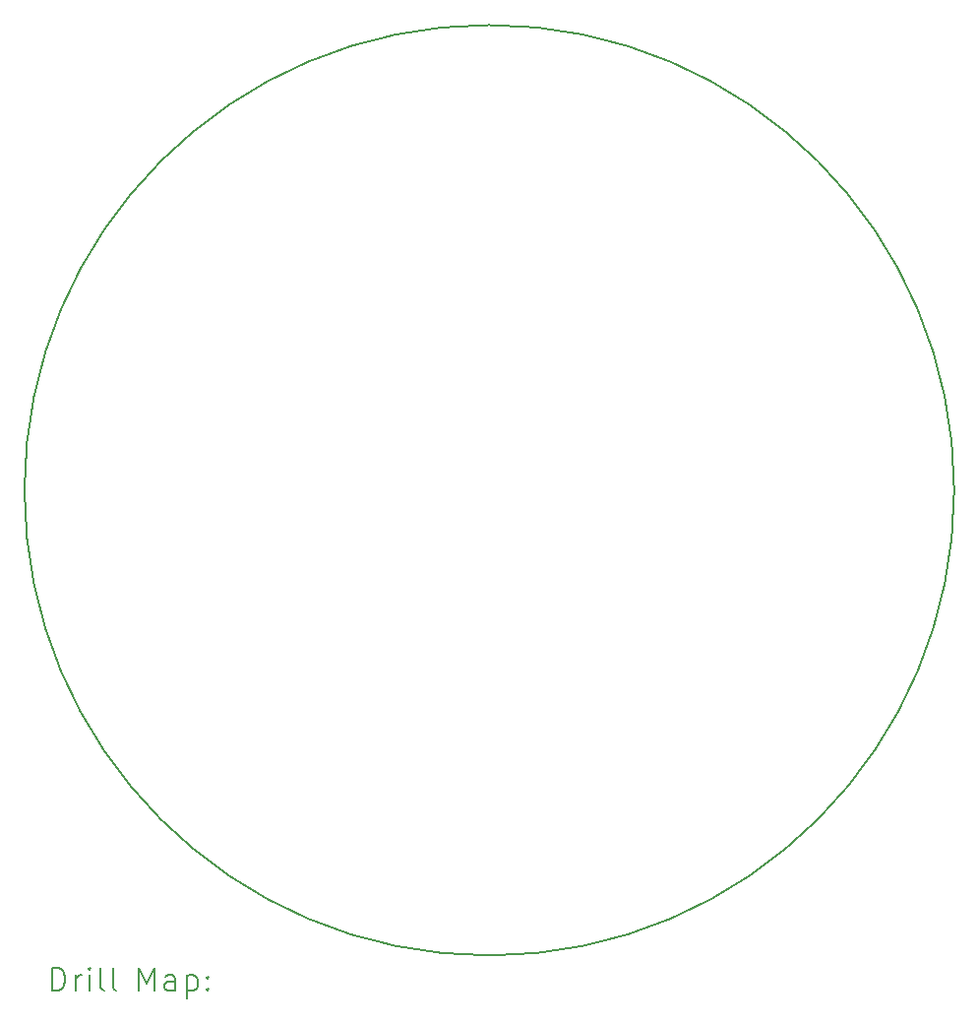
<source format=gbr>
%TF.GenerationSoftware,KiCad,Pcbnew,(7.0.0)*%
%TF.CreationDate,2023-03-13T12:44:16-05:00*%
%TF.ProjectId,GEM.No.Clear,47454d2e-4e6f-42e4-936c-6561722e6b69,rev?*%
%TF.SameCoordinates,Original*%
%TF.FileFunction,Drillmap*%
%TF.FilePolarity,Positive*%
%FSLAX45Y45*%
G04 Gerber Fmt 4.5, Leading zero omitted, Abs format (unit mm)*
G04 Created by KiCad (PCBNEW (7.0.0)) date 2023-03-13 12:44:16*
%MOMM*%
%LPD*%
G01*
G04 APERTURE LIST*
%ADD10C,0.200000*%
G04 APERTURE END LIST*
D10*
X16700000Y-10160000D02*
G75*
G03*
X16700000Y-10160000I-4000000J0D01*
G01*
X8937619Y-14463476D02*
X8937619Y-14263476D01*
X8937619Y-14263476D02*
X8985238Y-14263476D01*
X8985238Y-14263476D02*
X9013810Y-14273000D01*
X9013810Y-14273000D02*
X9032857Y-14292048D01*
X9032857Y-14292048D02*
X9042381Y-14311095D01*
X9042381Y-14311095D02*
X9051905Y-14349190D01*
X9051905Y-14349190D02*
X9051905Y-14377762D01*
X9051905Y-14377762D02*
X9042381Y-14415857D01*
X9042381Y-14415857D02*
X9032857Y-14434905D01*
X9032857Y-14434905D02*
X9013810Y-14453952D01*
X9013810Y-14453952D02*
X8985238Y-14463476D01*
X8985238Y-14463476D02*
X8937619Y-14463476D01*
X9137619Y-14463476D02*
X9137619Y-14330143D01*
X9137619Y-14368238D02*
X9147143Y-14349190D01*
X9147143Y-14349190D02*
X9156667Y-14339667D01*
X9156667Y-14339667D02*
X9175714Y-14330143D01*
X9175714Y-14330143D02*
X9194762Y-14330143D01*
X9261429Y-14463476D02*
X9261429Y-14330143D01*
X9261429Y-14263476D02*
X9251905Y-14273000D01*
X9251905Y-14273000D02*
X9261429Y-14282524D01*
X9261429Y-14282524D02*
X9270952Y-14273000D01*
X9270952Y-14273000D02*
X9261429Y-14263476D01*
X9261429Y-14263476D02*
X9261429Y-14282524D01*
X9385238Y-14463476D02*
X9366190Y-14453952D01*
X9366190Y-14453952D02*
X9356667Y-14434905D01*
X9356667Y-14434905D02*
X9356667Y-14263476D01*
X9490000Y-14463476D02*
X9470952Y-14453952D01*
X9470952Y-14453952D02*
X9461429Y-14434905D01*
X9461429Y-14434905D02*
X9461429Y-14263476D01*
X9686190Y-14463476D02*
X9686190Y-14263476D01*
X9686190Y-14263476D02*
X9752857Y-14406333D01*
X9752857Y-14406333D02*
X9819524Y-14263476D01*
X9819524Y-14263476D02*
X9819524Y-14463476D01*
X10000476Y-14463476D02*
X10000476Y-14358714D01*
X10000476Y-14358714D02*
X9990952Y-14339667D01*
X9990952Y-14339667D02*
X9971905Y-14330143D01*
X9971905Y-14330143D02*
X9933809Y-14330143D01*
X9933809Y-14330143D02*
X9914762Y-14339667D01*
X10000476Y-14453952D02*
X9981429Y-14463476D01*
X9981429Y-14463476D02*
X9933809Y-14463476D01*
X9933809Y-14463476D02*
X9914762Y-14453952D01*
X9914762Y-14453952D02*
X9905238Y-14434905D01*
X9905238Y-14434905D02*
X9905238Y-14415857D01*
X9905238Y-14415857D02*
X9914762Y-14396809D01*
X9914762Y-14396809D02*
X9933809Y-14387286D01*
X9933809Y-14387286D02*
X9981429Y-14387286D01*
X9981429Y-14387286D02*
X10000476Y-14377762D01*
X10095714Y-14330143D02*
X10095714Y-14530143D01*
X10095714Y-14339667D02*
X10114762Y-14330143D01*
X10114762Y-14330143D02*
X10152857Y-14330143D01*
X10152857Y-14330143D02*
X10171905Y-14339667D01*
X10171905Y-14339667D02*
X10181429Y-14349190D01*
X10181429Y-14349190D02*
X10190952Y-14368238D01*
X10190952Y-14368238D02*
X10190952Y-14425381D01*
X10190952Y-14425381D02*
X10181429Y-14444428D01*
X10181429Y-14444428D02*
X10171905Y-14453952D01*
X10171905Y-14453952D02*
X10152857Y-14463476D01*
X10152857Y-14463476D02*
X10114762Y-14463476D01*
X10114762Y-14463476D02*
X10095714Y-14453952D01*
X10276667Y-14444428D02*
X10286190Y-14453952D01*
X10286190Y-14453952D02*
X10276667Y-14463476D01*
X10276667Y-14463476D02*
X10267143Y-14453952D01*
X10267143Y-14453952D02*
X10276667Y-14444428D01*
X10276667Y-14444428D02*
X10276667Y-14463476D01*
X10276667Y-14339667D02*
X10286190Y-14349190D01*
X10286190Y-14349190D02*
X10276667Y-14358714D01*
X10276667Y-14358714D02*
X10267143Y-14349190D01*
X10267143Y-14349190D02*
X10276667Y-14339667D01*
X10276667Y-14339667D02*
X10276667Y-14358714D01*
M02*

</source>
